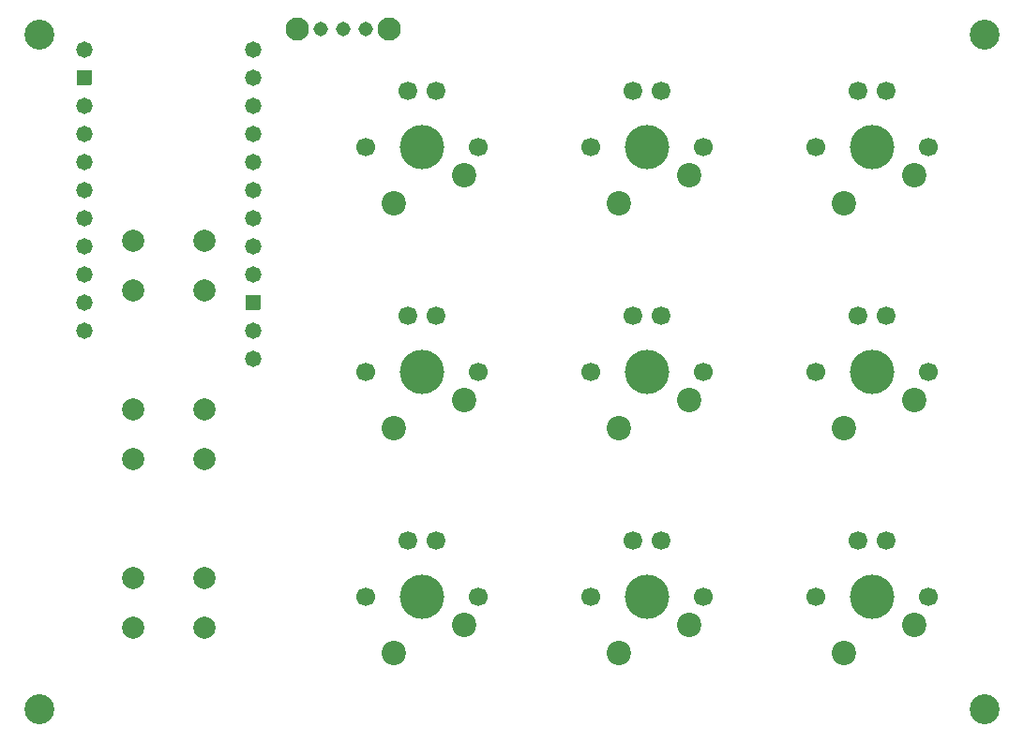
<source format=gts>
%TF.GenerationSoftware,KiCad,Pcbnew,(6.0.7-1)-1*%
%TF.CreationDate,2022-08-28T23:25:23-04:00*%
%TF.ProjectId,Macro_Keyboard,4d616372-6f5f-44b6-9579-626f6172642e,1*%
%TF.SameCoordinates,Original*%
%TF.FileFunction,Soldermask,Top*%
%TF.FilePolarity,Negative*%
%FSLAX46Y46*%
G04 Gerber Fmt 4.6, Leading zero omitted, Abs format (unit mm)*
G04 Created by KiCad (PCBNEW (6.0.7-1)-1) date 2022-08-28 23:25:23*
%MOMM*%
%LPD*%
G01*
G04 APERTURE LIST*
G04 Aperture macros list*
%AMRoundRect*
0 Rectangle with rounded corners*
0 $1 Rounding radius*
0 $2 $3 $4 $5 $6 $7 $8 $9 X,Y pos of 4 corners*
0 Add a 4 corners polygon primitive as box body*
4,1,4,$2,$3,$4,$5,$6,$7,$8,$9,$2,$3,0*
0 Add four circle primitives for the rounded corners*
1,1,$1+$1,$2,$3*
1,1,$1+$1,$4,$5*
1,1,$1+$1,$6,$7*
1,1,$1+$1,$8,$9*
0 Add four rect primitives between the rounded corners*
20,1,$1+$1,$2,$3,$4,$5,0*
20,1,$1+$1,$4,$5,$6,$7,0*
20,1,$1+$1,$6,$7,$8,$9,0*
20,1,$1+$1,$8,$9,$2,$3,0*%
G04 Aperture macros list end*
%ADD10C,2.700000*%
%ADD11C,1.308000*%
%ADD12C,2.100000*%
%ADD13C,1.700000*%
%ADD14C,4.000000*%
%ADD15C,2.200000*%
%ADD16C,1.690600*%
%ADD17C,2.000000*%
%ADD18C,1.473200*%
%ADD19RoundRect,0.025400X0.635000X0.635000X-0.635000X0.635000X-0.635000X-0.635000X0.635000X-0.635000X0*%
G04 APERTURE END LIST*
D10*
%TO.C,REF\u002A\u002A*%
X124460000Y-86360000D03*
%TD*%
%TO.C,REF\u002A\u002A*%
X124460000Y-25400000D03*
%TD*%
%TO.C,REF\u002A\u002A*%
X39116000Y-25400000D03*
%TD*%
%TO.C,REF\u002A\u002A*%
X39116000Y-86360000D03*
%TD*%
D11*
%TO.C,SW13*%
X64548000Y-24892000D03*
X66548000Y-24892000D03*
X68548000Y-24892000D03*
D12*
X62398000Y-24892000D03*
X70698000Y-24892000D03*
%TD*%
D13*
%TO.C,SW7*%
X68580000Y-76200000D03*
X78740000Y-76200000D03*
D14*
X73660000Y-76200000D03*
D15*
X77470000Y-78740000D03*
X71120000Y-81280000D03*
D16*
X74930000Y-71120000D03*
X72390000Y-71120000D03*
%TD*%
D13*
%TO.C,SW8*%
X88900000Y-76200000D03*
D14*
X93980000Y-76200000D03*
D13*
X99060000Y-76200000D03*
D15*
X97790000Y-78740000D03*
X91440000Y-81280000D03*
D16*
X95250000Y-71120000D03*
X92710000Y-71120000D03*
%TD*%
D14*
%TO.C,SW2*%
X93980000Y-35560000D03*
D13*
X99060000Y-35560000D03*
X88900000Y-35560000D03*
D15*
X97790000Y-38100000D03*
X91440000Y-40640000D03*
D16*
X95250000Y-30480000D03*
X92710000Y-30480000D03*
%TD*%
D13*
%TO.C,SW6*%
X119380000Y-55880000D03*
X109220000Y-55880000D03*
D14*
X114300000Y-55880000D03*
D15*
X118110000Y-58420000D03*
X111760000Y-60960000D03*
D16*
X115570000Y-50800000D03*
X113030000Y-50800000D03*
%TD*%
D17*
%TO.C,SW11*%
X54050000Y-59218000D03*
X47550000Y-59218000D03*
X54050000Y-63718000D03*
X47550000Y-63718000D03*
%TD*%
D13*
%TO.C,SW4*%
X68580000Y-55880000D03*
X78740000Y-55880000D03*
D14*
X73660000Y-55880000D03*
D15*
X77470000Y-58420000D03*
X71120000Y-60960000D03*
D16*
X74930000Y-50800000D03*
X72390000Y-50800000D03*
%TD*%
D13*
%TO.C,SW9*%
X109220000Y-76200000D03*
X119380000Y-76200000D03*
D14*
X114300000Y-76200000D03*
D15*
X118110000Y-78740000D03*
X111760000Y-81280000D03*
D16*
X115570000Y-71120000D03*
X113030000Y-71120000D03*
%TD*%
D13*
%TO.C,SW1*%
X68580000Y-35560000D03*
X78740000Y-35560000D03*
D14*
X73660000Y-35560000D03*
D15*
X77470000Y-38100000D03*
X71120000Y-40640000D03*
D16*
X74930000Y-30480000D03*
X72390000Y-30480000D03*
%TD*%
D13*
%TO.C,SW5*%
X88900000Y-55880000D03*
X99060000Y-55880000D03*
D14*
X93980000Y-55880000D03*
D15*
X97790000Y-58420000D03*
X91440000Y-60960000D03*
D16*
X95250000Y-50800000D03*
X92710000Y-50800000D03*
%TD*%
D17*
%TO.C,SW10*%
X47550000Y-74458000D03*
X54050000Y-74458000D03*
X54050000Y-78958000D03*
X47550000Y-78958000D03*
%TD*%
D14*
%TO.C,SW3*%
X114300000Y-35560000D03*
D13*
X119380000Y-35560000D03*
X109220000Y-35560000D03*
D15*
X118110000Y-38100000D03*
X111760000Y-40640000D03*
D16*
X115570000Y-30480000D03*
X113030000Y-30480000D03*
%TD*%
D17*
%TO.C,SW12*%
X54050000Y-43978000D03*
X47550000Y-43978000D03*
X47550000Y-48478000D03*
X54050000Y-48478000D03*
%TD*%
D18*
%TO.C,U1*%
X43180000Y-26733638D03*
D19*
X43180000Y-29273638D03*
D18*
X43180000Y-31813638D03*
X43180000Y-34353638D03*
X43180000Y-36893638D03*
X43180000Y-39433638D03*
X43180000Y-41973638D03*
X43180000Y-44513638D03*
X43180000Y-47053638D03*
X43180000Y-49593638D03*
X43180000Y-52133638D03*
X58420000Y-54673638D03*
X58420000Y-52133638D03*
D19*
X58420000Y-49593638D03*
D18*
X58420000Y-47053638D03*
X58420000Y-44513638D03*
X58420000Y-41973638D03*
X58420000Y-39433638D03*
X58420000Y-36893638D03*
X58420000Y-34353638D03*
X58420000Y-31813638D03*
X58420000Y-29273638D03*
X58420000Y-26733638D03*
%TD*%
M02*

</source>
